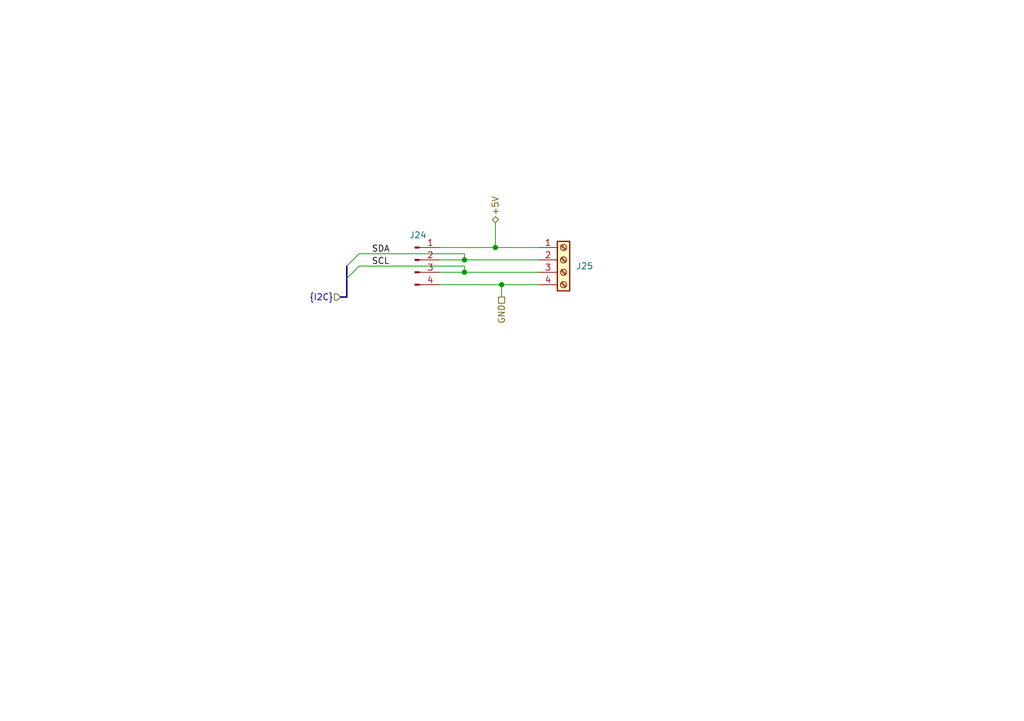
<source format=kicad_sch>
(kicad_sch (version 20231120) (generator "eeschema") (generator_version "8.0")
  (paper "A5")
  (title_block (title "Anemometer") (date "2024-04-17") (rev "1.0"))
  (lib_symbols
    (symbol "Connector:Conn_01x04_Pin" (pin_names (offset 1.016) hide)
      (property "Reference" "J" (at 0 5.08 0))
      (property "Value" "Conn_01x04_Pin" (at 0 -7.62 0))
      (symbol "Conn_01x04_Pin_1_1"
        (polyline (pts (xy 1.27 -5.08) (xy 0.8636 -5.08)) (stroke (width 0.1524)))
        (polyline (pts (xy 1.27 -2.54) (xy 0.8636 -2.54)) (stroke (width 0.1524)))
        (polyline (pts (xy 1.27 0) (xy 0.8636 0)) (stroke (width 0.1524)))
        (polyline (pts (xy 1.27 2.54) (xy 0.8636 2.54)) (stroke (width 0.1524)))
        (rectangle (start 0.8636 -4.953) (end 0 -5.207) (stroke (width 0.1524)) (fill (type outline)))
        (rectangle (start 0.8636 -2.413) (end 0 -2.667) (stroke (width 0.1524)) (fill (type outline)))
        (rectangle (start 0.8636 0.127) (end 0 -0.127) (stroke (width 0.1524)) (fill (type outline)))
        (rectangle (start 0.8636 2.667) (end 0 2.413) (stroke (width 0.1524)) (fill (type outline)))
        (pin passive line (at 5.08 2.54 180) (length 3.81) (name "Pin_1") (number "1"))
        (pin passive line (at 5.08 0 180) (length 3.81) (name "Pin_2") (number "2"))
        (pin passive line (at 5.08 -2.54 180) (length 3.81) (name "Pin_3") (number "3"))
        (pin passive line (at 5.08 -5.08 180) (length 3.81) (name "Pin_4") (number "4"))
      )
    )
    (symbol "Connector:Screw_Terminal_01x04" (pin_names (offset 1.016) hide)
      (property "Reference" "J" (at 0 5.08 0))
      (property "Value" "Screw_Terminal_01x04" (at 0 -7.62 0))
      (symbol "Screw_Terminal_01x04_1_1"
        (rectangle (start -1.27 3.81) (end 1.27 -6.35) (stroke (width 0.254)) (fill (type background)))
        (circle (center 0 -5.08) (radius 0.635) (stroke (width 0.1524)))
        (circle (center 0 -2.54) (radius 0.635) (stroke (width 0.1524)))
        (polyline (pts (xy -0.5334 -4.7498) (xy 0.3302 -5.588)) (stroke (width 0.1524)))
        (polyline (pts (xy -0.5334 -2.2098) (xy 0.3302 -3.048)) (stroke (width 0.1524)))
        (polyline (pts (xy -0.5334 0.3302) (xy 0.3302 -0.508)) (stroke (width 0.1524)))
        (polyline (pts (xy -0.5334 2.8702) (xy 0.3302 2.032)) (stroke (width 0.1524)))
        (polyline (pts (xy -0.3556 -4.572) (xy 0.508 -5.4102)) (stroke (width 0.1524)))
        (polyline (pts (xy -0.3556 -2.032) (xy 0.508 -2.8702)) (stroke (width 0.1524)))
        (polyline (pts (xy -0.3556 0.508) (xy 0.508 -0.3302)) (stroke (width 0.1524)))
        (polyline (pts (xy -0.3556 3.048) (xy 0.508 2.2098)) (stroke (width 0.1524)))
        (circle (center 0 0) (radius 0.635) (stroke (width 0.1524)))
        (circle (center 0 2.54) (radius 0.635) (stroke (width 0.1524)))
        (pin passive line (at -5.08 2.54 0) (length 3.81) (name "Pin_1") (number "1"))
        (pin passive line (at -5.08 0 0) (length 3.81) (name "Pin_2") (number "2"))
        (pin passive line (at -5.08 -2.54 0) (length 3.81) (name "Pin_3") (number "3"))
        (pin passive line (at -5.08 -5.08 0) (length 3.81) (name "Pin_4") (number "4"))
      )
    )
  )
  (junction (at 95.25 53.34))
  (junction (at 95.25 55.88))
  (junction (at 102.87 58.42))
  (junction (at 101.6 50.8))
  (bus_entry (at 73.66 54.61) (size -2.54 2.54))
  (bus_entry (at 73.66 52.07) (size -2.54 2.54))
  (wire (pts (xy 101.6 50.8) (xy 110.49 50.8)))
  (wire (pts (xy 90.17 58.42) (xy 102.87 58.42)))
  (wire (pts (xy 102.87 58.42) (xy 110.49 58.42)))
  (wire (pts (xy 73.66 52.07) (xy 95.25 52.07)))
  (wire (pts (xy 73.66 54.61) (xy 95.25 54.61)))
  (wire (pts (xy 95.25 53.34) (xy 110.49 53.34)))
  (wire (pts (xy 95.25 52.07) (xy 95.25 53.34)))
  (bus (pts (xy 71.12 57.15) (xy 71.12 54.61)))
  (wire (pts (xy 101.6 45.72) (xy 101.6 50.8)))
  (wire (pts (xy 95.25 54.61) (xy 95.25 55.88)))
  (bus (pts (xy 69.85 60.96) (xy 71.12 60.96)))
  (wire (pts (xy 90.17 55.88) (xy 95.25 55.88)))
  (wire (pts (xy 95.25 55.88) (xy 110.49 55.88)))
  (bus (pts (xy 71.12 60.96) (xy 71.12 57.15)))
  (wire (pts (xy 90.17 50.8) (xy 101.6 50.8)))
  (wire (pts (xy 102.87 58.42) (xy 102.87 60.96)))
  (wire (pts (xy 90.17 53.34) (xy 95.25 53.34)))
  (label "SCL" (at 76.2 54.61 0))
  (label "SDA" (at 76.2 52.07 0))
  (hierarchical_label "GND" (shape passive) (at 102.87 60.96 270))
  (hierarchical_label "+5V" (shape bidirectional) (at 101.6 45.72 90))
  (hierarchical_label "{I2C}" (shape input) (at 69.85 60.96 180))
  (symbol (lib_id "Connector:Conn_01x04_Pin") (at 85.09 53.34 0) (unit 1)
    (property "Reference" "J24" (at 85.725 48.26 0))
    (property "Value" "PinHeader_Control" (effects (hide yes)))
    (property "Footprint" "Connector_PinHeader_2.54mm:PinHeader_1x04_P2.54mm_Vertical" (effects (hide yes)))
    (property "Description" "Generic connector, single row, 01x04, script generated" (effects (hide yes)))
  )
  (symbol (lib_id "Connector:Screw_Terminal_01x04") (at 115.57 53.34 0) (unit 1)
    (property "Reference" "J25" (at 118.11 54.6099 0) (effects (justify left)))
    (property "Value" "Anemometer" (effects (hide yes)))
    (property "Footprint" "TerminalBlock_Phoenix:TerminalBlock_Phoenix_MPT-0,5-4-2.54_1x04_P2.54mm_Horizontal" (effects (hide yes)))
    (property "Description" "Generic screw terminal, single row, 01x04, script generated (kicad-library-utils/schlib/autogen/connector/)" (effects (hide yes)))
  )
)
</source>
